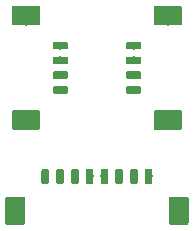
<source format=gbp>
G04 #@! TF.GenerationSoftware,KiCad,Pcbnew,(5.0.1-3-g963ef8bb5)*
G04 #@! TF.CreationDate,2018-10-28T18:09:26+01:00*
G04 #@! TF.ProjectId,can-io-board,63616E2D696F2D626F6172642E6B6963,rev?*
G04 #@! TF.SameCoordinates,Original*
G04 #@! TF.FileFunction,Paste,Bot*
G04 #@! TF.FilePolarity,Positive*
%FSLAX46Y46*%
G04 Gerber Fmt 4.6, Leading zero omitted, Abs format (unit mm)*
G04 Created by KiCad (PCBNEW (5.0.1-3-g963ef8bb5)) date 2018 October 28, Sunday 18:09:26*
%MOMM*%
%LPD*%
G01*
G04 APERTURE LIST*
%ADD10C,0.100000*%
%ADD11C,0.640000*%
%ADD12C,1.680000*%
G04 APERTURE END LIST*
D10*
G04 #@! TO.C,J1*
G36*
X96550683Y-78560770D02*
X96566214Y-78563074D01*
X96581446Y-78566890D01*
X96596229Y-78572179D01*
X96610423Y-78578893D01*
X96623891Y-78586965D01*
X96636503Y-78596318D01*
X96648137Y-78606863D01*
X96658682Y-78618497D01*
X96668035Y-78631109D01*
X96676107Y-78644577D01*
X96682821Y-78658771D01*
X96688110Y-78673554D01*
X96691926Y-78688786D01*
X96694230Y-78704317D01*
X96695000Y-78720000D01*
X96695000Y-79680000D01*
X96694230Y-79695683D01*
X96691926Y-79711214D01*
X96688110Y-79726446D01*
X96682821Y-79741229D01*
X96676107Y-79755423D01*
X96668035Y-79768891D01*
X96658682Y-79781503D01*
X96648137Y-79793137D01*
X96636503Y-79803682D01*
X96623891Y-79813035D01*
X96610423Y-79821107D01*
X96596229Y-79827821D01*
X96581446Y-79833110D01*
X96566214Y-79836926D01*
X96550683Y-79839230D01*
X96535000Y-79840000D01*
X96215000Y-79840000D01*
X96199317Y-79839230D01*
X96183786Y-79836926D01*
X96168554Y-79833110D01*
X96153771Y-79827821D01*
X96139577Y-79821107D01*
X96126109Y-79813035D01*
X96113497Y-79803682D01*
X96101863Y-79793137D01*
X96091318Y-79781503D01*
X96081965Y-79768891D01*
X96073893Y-79755423D01*
X96067179Y-79741229D01*
X96061890Y-79726446D01*
X96058074Y-79711214D01*
X96055770Y-79695683D01*
X96055000Y-79680000D01*
X96055000Y-78720000D01*
X96055770Y-78704317D01*
X96058074Y-78688786D01*
X96061890Y-78673554D01*
X96067179Y-78658771D01*
X96073893Y-78644577D01*
X96081965Y-78631109D01*
X96091318Y-78618497D01*
X96101863Y-78606863D01*
X96113497Y-78596318D01*
X96126109Y-78586965D01*
X96139577Y-78578893D01*
X96153771Y-78572179D01*
X96168554Y-78566890D01*
X96183786Y-78563074D01*
X96199317Y-78560770D01*
X96215000Y-78560000D01*
X96535000Y-78560000D01*
X96550683Y-78560770D01*
X96550683Y-78560770D01*
G37*
D11*
X96375000Y-79200000D03*
D10*
G36*
X95300683Y-78560770D02*
X95316214Y-78563074D01*
X95331446Y-78566890D01*
X95346229Y-78572179D01*
X95360423Y-78578893D01*
X95373891Y-78586965D01*
X95386503Y-78596318D01*
X95398137Y-78606863D01*
X95408682Y-78618497D01*
X95418035Y-78631109D01*
X95426107Y-78644577D01*
X95432821Y-78658771D01*
X95438110Y-78673554D01*
X95441926Y-78688786D01*
X95444230Y-78704317D01*
X95445000Y-78720000D01*
X95445000Y-79680000D01*
X95444230Y-79695683D01*
X95441926Y-79711214D01*
X95438110Y-79726446D01*
X95432821Y-79741229D01*
X95426107Y-79755423D01*
X95418035Y-79768891D01*
X95408682Y-79781503D01*
X95398137Y-79793137D01*
X95386503Y-79803682D01*
X95373891Y-79813035D01*
X95360423Y-79821107D01*
X95346229Y-79827821D01*
X95331446Y-79833110D01*
X95316214Y-79836926D01*
X95300683Y-79839230D01*
X95285000Y-79840000D01*
X94965000Y-79840000D01*
X94949317Y-79839230D01*
X94933786Y-79836926D01*
X94918554Y-79833110D01*
X94903771Y-79827821D01*
X94889577Y-79821107D01*
X94876109Y-79813035D01*
X94863497Y-79803682D01*
X94851863Y-79793137D01*
X94841318Y-79781503D01*
X94831965Y-79768891D01*
X94823893Y-79755423D01*
X94817179Y-79741229D01*
X94811890Y-79726446D01*
X94808074Y-79711214D01*
X94805770Y-79695683D01*
X94805000Y-79680000D01*
X94805000Y-78720000D01*
X94805770Y-78704317D01*
X94808074Y-78688786D01*
X94811890Y-78673554D01*
X94817179Y-78658771D01*
X94823893Y-78644577D01*
X94831965Y-78631109D01*
X94841318Y-78618497D01*
X94851863Y-78606863D01*
X94863497Y-78596318D01*
X94876109Y-78586965D01*
X94889577Y-78578893D01*
X94903771Y-78572179D01*
X94918554Y-78566890D01*
X94933786Y-78563074D01*
X94949317Y-78560770D01*
X94965000Y-78560000D01*
X95285000Y-78560000D01*
X95300683Y-78560770D01*
X95300683Y-78560770D01*
G37*
D11*
X95125000Y-79200000D03*
D10*
G36*
X94050683Y-78560770D02*
X94066214Y-78563074D01*
X94081446Y-78566890D01*
X94096229Y-78572179D01*
X94110423Y-78578893D01*
X94123891Y-78586965D01*
X94136503Y-78596318D01*
X94148137Y-78606863D01*
X94158682Y-78618497D01*
X94168035Y-78631109D01*
X94176107Y-78644577D01*
X94182821Y-78658771D01*
X94188110Y-78673554D01*
X94191926Y-78688786D01*
X94194230Y-78704317D01*
X94195000Y-78720000D01*
X94195000Y-79680000D01*
X94194230Y-79695683D01*
X94191926Y-79711214D01*
X94188110Y-79726446D01*
X94182821Y-79741229D01*
X94176107Y-79755423D01*
X94168035Y-79768891D01*
X94158682Y-79781503D01*
X94148137Y-79793137D01*
X94136503Y-79803682D01*
X94123891Y-79813035D01*
X94110423Y-79821107D01*
X94096229Y-79827821D01*
X94081446Y-79833110D01*
X94066214Y-79836926D01*
X94050683Y-79839230D01*
X94035000Y-79840000D01*
X93715000Y-79840000D01*
X93699317Y-79839230D01*
X93683786Y-79836926D01*
X93668554Y-79833110D01*
X93653771Y-79827821D01*
X93639577Y-79821107D01*
X93626109Y-79813035D01*
X93613497Y-79803682D01*
X93601863Y-79793137D01*
X93591318Y-79781503D01*
X93581965Y-79768891D01*
X93573893Y-79755423D01*
X93567179Y-79741229D01*
X93561890Y-79726446D01*
X93558074Y-79711214D01*
X93555770Y-79695683D01*
X93555000Y-79680000D01*
X93555000Y-78720000D01*
X93555770Y-78704317D01*
X93558074Y-78688786D01*
X93561890Y-78673554D01*
X93567179Y-78658771D01*
X93573893Y-78644577D01*
X93581965Y-78631109D01*
X93591318Y-78618497D01*
X93601863Y-78606863D01*
X93613497Y-78596318D01*
X93626109Y-78586965D01*
X93639577Y-78578893D01*
X93653771Y-78572179D01*
X93668554Y-78566890D01*
X93683786Y-78563074D01*
X93699317Y-78560770D01*
X93715000Y-78560000D01*
X94035000Y-78560000D01*
X94050683Y-78560770D01*
X94050683Y-78560770D01*
G37*
D11*
X93875000Y-79200000D03*
D10*
G36*
X92800683Y-78560770D02*
X92816214Y-78563074D01*
X92831446Y-78566890D01*
X92846229Y-78572179D01*
X92860423Y-78578893D01*
X92873891Y-78586965D01*
X92886503Y-78596318D01*
X92898137Y-78606863D01*
X92908682Y-78618497D01*
X92918035Y-78631109D01*
X92926107Y-78644577D01*
X92932821Y-78658771D01*
X92938110Y-78673554D01*
X92941926Y-78688786D01*
X92944230Y-78704317D01*
X92945000Y-78720000D01*
X92945000Y-79680000D01*
X92944230Y-79695683D01*
X92941926Y-79711214D01*
X92938110Y-79726446D01*
X92932821Y-79741229D01*
X92926107Y-79755423D01*
X92918035Y-79768891D01*
X92908682Y-79781503D01*
X92898137Y-79793137D01*
X92886503Y-79803682D01*
X92873891Y-79813035D01*
X92860423Y-79821107D01*
X92846229Y-79827821D01*
X92831446Y-79833110D01*
X92816214Y-79836926D01*
X92800683Y-79839230D01*
X92785000Y-79840000D01*
X92465000Y-79840000D01*
X92449317Y-79839230D01*
X92433786Y-79836926D01*
X92418554Y-79833110D01*
X92403771Y-79827821D01*
X92389577Y-79821107D01*
X92376109Y-79813035D01*
X92363497Y-79803682D01*
X92351863Y-79793137D01*
X92341318Y-79781503D01*
X92331965Y-79768891D01*
X92323893Y-79755423D01*
X92317179Y-79741229D01*
X92311890Y-79726446D01*
X92308074Y-79711214D01*
X92305770Y-79695683D01*
X92305000Y-79680000D01*
X92305000Y-78720000D01*
X92305770Y-78704317D01*
X92308074Y-78688786D01*
X92311890Y-78673554D01*
X92317179Y-78658771D01*
X92323893Y-78644577D01*
X92331965Y-78631109D01*
X92341318Y-78618497D01*
X92351863Y-78606863D01*
X92363497Y-78596318D01*
X92376109Y-78586965D01*
X92389577Y-78578893D01*
X92403771Y-78572179D01*
X92418554Y-78566890D01*
X92433786Y-78563074D01*
X92449317Y-78560770D01*
X92465000Y-78560000D01*
X92785000Y-78560000D01*
X92800683Y-78560770D01*
X92800683Y-78560770D01*
G37*
D11*
X92625000Y-79200000D03*
D10*
G36*
X91550683Y-78560770D02*
X91566214Y-78563074D01*
X91581446Y-78566890D01*
X91596229Y-78572179D01*
X91610423Y-78578893D01*
X91623891Y-78586965D01*
X91636503Y-78596318D01*
X91648137Y-78606863D01*
X91658682Y-78618497D01*
X91668035Y-78631109D01*
X91676107Y-78644577D01*
X91682821Y-78658771D01*
X91688110Y-78673554D01*
X91691926Y-78688786D01*
X91694230Y-78704317D01*
X91695000Y-78720000D01*
X91695000Y-79680000D01*
X91694230Y-79695683D01*
X91691926Y-79711214D01*
X91688110Y-79726446D01*
X91682821Y-79741229D01*
X91676107Y-79755423D01*
X91668035Y-79768891D01*
X91658682Y-79781503D01*
X91648137Y-79793137D01*
X91636503Y-79803682D01*
X91623891Y-79813035D01*
X91610423Y-79821107D01*
X91596229Y-79827821D01*
X91581446Y-79833110D01*
X91566214Y-79836926D01*
X91550683Y-79839230D01*
X91535000Y-79840000D01*
X91215000Y-79840000D01*
X91199317Y-79839230D01*
X91183786Y-79836926D01*
X91168554Y-79833110D01*
X91153771Y-79827821D01*
X91139577Y-79821107D01*
X91126109Y-79813035D01*
X91113497Y-79803682D01*
X91101863Y-79793137D01*
X91091318Y-79781503D01*
X91081965Y-79768891D01*
X91073893Y-79755423D01*
X91067179Y-79741229D01*
X91061890Y-79726446D01*
X91058074Y-79711214D01*
X91055770Y-79695683D01*
X91055000Y-79680000D01*
X91055000Y-78720000D01*
X91055770Y-78704317D01*
X91058074Y-78688786D01*
X91061890Y-78673554D01*
X91067179Y-78658771D01*
X91073893Y-78644577D01*
X91081965Y-78631109D01*
X91091318Y-78618497D01*
X91101863Y-78606863D01*
X91113497Y-78596318D01*
X91126109Y-78586965D01*
X91139577Y-78578893D01*
X91153771Y-78572179D01*
X91168554Y-78566890D01*
X91183786Y-78563074D01*
X91199317Y-78560770D01*
X91215000Y-78560000D01*
X91535000Y-78560000D01*
X91550683Y-78560770D01*
X91550683Y-78560770D01*
G37*
D11*
X91375000Y-79200000D03*
D10*
G36*
X90300683Y-78560770D02*
X90316214Y-78563074D01*
X90331446Y-78566890D01*
X90346229Y-78572179D01*
X90360423Y-78578893D01*
X90373891Y-78586965D01*
X90386503Y-78596318D01*
X90398137Y-78606863D01*
X90408682Y-78618497D01*
X90418035Y-78631109D01*
X90426107Y-78644577D01*
X90432821Y-78658771D01*
X90438110Y-78673554D01*
X90441926Y-78688786D01*
X90444230Y-78704317D01*
X90445000Y-78720000D01*
X90445000Y-79680000D01*
X90444230Y-79695683D01*
X90441926Y-79711214D01*
X90438110Y-79726446D01*
X90432821Y-79741229D01*
X90426107Y-79755423D01*
X90418035Y-79768891D01*
X90408682Y-79781503D01*
X90398137Y-79793137D01*
X90386503Y-79803682D01*
X90373891Y-79813035D01*
X90360423Y-79821107D01*
X90346229Y-79827821D01*
X90331446Y-79833110D01*
X90316214Y-79836926D01*
X90300683Y-79839230D01*
X90285000Y-79840000D01*
X89965000Y-79840000D01*
X89949317Y-79839230D01*
X89933786Y-79836926D01*
X89918554Y-79833110D01*
X89903771Y-79827821D01*
X89889577Y-79821107D01*
X89876109Y-79813035D01*
X89863497Y-79803682D01*
X89851863Y-79793137D01*
X89841318Y-79781503D01*
X89831965Y-79768891D01*
X89823893Y-79755423D01*
X89817179Y-79741229D01*
X89811890Y-79726446D01*
X89808074Y-79711214D01*
X89805770Y-79695683D01*
X89805000Y-79680000D01*
X89805000Y-78720000D01*
X89805770Y-78704317D01*
X89808074Y-78688786D01*
X89811890Y-78673554D01*
X89817179Y-78658771D01*
X89823893Y-78644577D01*
X89831965Y-78631109D01*
X89841318Y-78618497D01*
X89851863Y-78606863D01*
X89863497Y-78596318D01*
X89876109Y-78586965D01*
X89889577Y-78578893D01*
X89903771Y-78572179D01*
X89918554Y-78566890D01*
X89933786Y-78563074D01*
X89949317Y-78560770D01*
X89965000Y-78560000D01*
X90285000Y-78560000D01*
X90300683Y-78560770D01*
X90300683Y-78560770D01*
G37*
D11*
X90125000Y-79200000D03*
D10*
G36*
X89050683Y-78560770D02*
X89066214Y-78563074D01*
X89081446Y-78566890D01*
X89096229Y-78572179D01*
X89110423Y-78578893D01*
X89123891Y-78586965D01*
X89136503Y-78596318D01*
X89148137Y-78606863D01*
X89158682Y-78618497D01*
X89168035Y-78631109D01*
X89176107Y-78644577D01*
X89182821Y-78658771D01*
X89188110Y-78673554D01*
X89191926Y-78688786D01*
X89194230Y-78704317D01*
X89195000Y-78720000D01*
X89195000Y-79680000D01*
X89194230Y-79695683D01*
X89191926Y-79711214D01*
X89188110Y-79726446D01*
X89182821Y-79741229D01*
X89176107Y-79755423D01*
X89168035Y-79768891D01*
X89158682Y-79781503D01*
X89148137Y-79793137D01*
X89136503Y-79803682D01*
X89123891Y-79813035D01*
X89110423Y-79821107D01*
X89096229Y-79827821D01*
X89081446Y-79833110D01*
X89066214Y-79836926D01*
X89050683Y-79839230D01*
X89035000Y-79840000D01*
X88715000Y-79840000D01*
X88699317Y-79839230D01*
X88683786Y-79836926D01*
X88668554Y-79833110D01*
X88653771Y-79827821D01*
X88639577Y-79821107D01*
X88626109Y-79813035D01*
X88613497Y-79803682D01*
X88601863Y-79793137D01*
X88591318Y-79781503D01*
X88581965Y-79768891D01*
X88573893Y-79755423D01*
X88567179Y-79741229D01*
X88561890Y-79726446D01*
X88558074Y-79711214D01*
X88555770Y-79695683D01*
X88555000Y-79680000D01*
X88555000Y-78720000D01*
X88555770Y-78704317D01*
X88558074Y-78688786D01*
X88561890Y-78673554D01*
X88567179Y-78658771D01*
X88573893Y-78644577D01*
X88581965Y-78631109D01*
X88591318Y-78618497D01*
X88601863Y-78606863D01*
X88613497Y-78596318D01*
X88626109Y-78586965D01*
X88639577Y-78578893D01*
X88653771Y-78572179D01*
X88668554Y-78566890D01*
X88683786Y-78563074D01*
X88699317Y-78560770D01*
X88715000Y-78560000D01*
X89035000Y-78560000D01*
X89050683Y-78560770D01*
X89050683Y-78560770D01*
G37*
D11*
X88875000Y-79200000D03*
D10*
G36*
X87800683Y-78560770D02*
X87816214Y-78563074D01*
X87831446Y-78566890D01*
X87846229Y-78572179D01*
X87860423Y-78578893D01*
X87873891Y-78586965D01*
X87886503Y-78596318D01*
X87898137Y-78606863D01*
X87908682Y-78618497D01*
X87918035Y-78631109D01*
X87926107Y-78644577D01*
X87932821Y-78658771D01*
X87938110Y-78673554D01*
X87941926Y-78688786D01*
X87944230Y-78704317D01*
X87945000Y-78720000D01*
X87945000Y-79680000D01*
X87944230Y-79695683D01*
X87941926Y-79711214D01*
X87938110Y-79726446D01*
X87932821Y-79741229D01*
X87926107Y-79755423D01*
X87918035Y-79768891D01*
X87908682Y-79781503D01*
X87898137Y-79793137D01*
X87886503Y-79803682D01*
X87873891Y-79813035D01*
X87860423Y-79821107D01*
X87846229Y-79827821D01*
X87831446Y-79833110D01*
X87816214Y-79836926D01*
X87800683Y-79839230D01*
X87785000Y-79840000D01*
X87465000Y-79840000D01*
X87449317Y-79839230D01*
X87433786Y-79836926D01*
X87418554Y-79833110D01*
X87403771Y-79827821D01*
X87389577Y-79821107D01*
X87376109Y-79813035D01*
X87363497Y-79803682D01*
X87351863Y-79793137D01*
X87341318Y-79781503D01*
X87331965Y-79768891D01*
X87323893Y-79755423D01*
X87317179Y-79741229D01*
X87311890Y-79726446D01*
X87308074Y-79711214D01*
X87305770Y-79695683D01*
X87305000Y-79680000D01*
X87305000Y-78720000D01*
X87305770Y-78704317D01*
X87308074Y-78688786D01*
X87311890Y-78673554D01*
X87317179Y-78658771D01*
X87323893Y-78644577D01*
X87331965Y-78631109D01*
X87341318Y-78618497D01*
X87351863Y-78606863D01*
X87363497Y-78596318D01*
X87376109Y-78586965D01*
X87389577Y-78578893D01*
X87403771Y-78572179D01*
X87418554Y-78566890D01*
X87433786Y-78563074D01*
X87449317Y-78560770D01*
X87465000Y-78560000D01*
X87785000Y-78560000D01*
X87800683Y-78560770D01*
X87800683Y-78560770D01*
G37*
D11*
X87625000Y-79200000D03*
D10*
G36*
X99584603Y-80900963D02*
X99604018Y-80903843D01*
X99623057Y-80908612D01*
X99641537Y-80915224D01*
X99659279Y-80923616D01*
X99676114Y-80933706D01*
X99691879Y-80945398D01*
X99706421Y-80958579D01*
X99719602Y-80973121D01*
X99731294Y-80988886D01*
X99741384Y-81005721D01*
X99749776Y-81023463D01*
X99756388Y-81041943D01*
X99761157Y-81060982D01*
X99764037Y-81080397D01*
X99765000Y-81100000D01*
X99765000Y-83100000D01*
X99764037Y-83119603D01*
X99761157Y-83139018D01*
X99756388Y-83158057D01*
X99749776Y-83176537D01*
X99741384Y-83194279D01*
X99731294Y-83211114D01*
X99719602Y-83226879D01*
X99706421Y-83241421D01*
X99691879Y-83254602D01*
X99676114Y-83266294D01*
X99659279Y-83276384D01*
X99641537Y-83284776D01*
X99623057Y-83291388D01*
X99604018Y-83296157D01*
X99584603Y-83299037D01*
X99565000Y-83300000D01*
X98285000Y-83300000D01*
X98265397Y-83299037D01*
X98245982Y-83296157D01*
X98226943Y-83291388D01*
X98208463Y-83284776D01*
X98190721Y-83276384D01*
X98173886Y-83266294D01*
X98158121Y-83254602D01*
X98143579Y-83241421D01*
X98130398Y-83226879D01*
X98118706Y-83211114D01*
X98108616Y-83194279D01*
X98100224Y-83176537D01*
X98093612Y-83158057D01*
X98088843Y-83139018D01*
X98085963Y-83119603D01*
X98085000Y-83100000D01*
X98085000Y-81100000D01*
X98085963Y-81080397D01*
X98088843Y-81060982D01*
X98093612Y-81041943D01*
X98100224Y-81023463D01*
X98108616Y-81005721D01*
X98118706Y-80988886D01*
X98130398Y-80973121D01*
X98143579Y-80958579D01*
X98158121Y-80945398D01*
X98173886Y-80933706D01*
X98190721Y-80923616D01*
X98208463Y-80915224D01*
X98226943Y-80908612D01*
X98245982Y-80903843D01*
X98265397Y-80900963D01*
X98285000Y-80900000D01*
X99565000Y-80900000D01*
X99584603Y-80900963D01*
X99584603Y-80900963D01*
G37*
D12*
X98925000Y-82100000D03*
D10*
G36*
X85734603Y-80900963D02*
X85754018Y-80903843D01*
X85773057Y-80908612D01*
X85791537Y-80915224D01*
X85809279Y-80923616D01*
X85826114Y-80933706D01*
X85841879Y-80945398D01*
X85856421Y-80958579D01*
X85869602Y-80973121D01*
X85881294Y-80988886D01*
X85891384Y-81005721D01*
X85899776Y-81023463D01*
X85906388Y-81041943D01*
X85911157Y-81060982D01*
X85914037Y-81080397D01*
X85915000Y-81100000D01*
X85915000Y-83100000D01*
X85914037Y-83119603D01*
X85911157Y-83139018D01*
X85906388Y-83158057D01*
X85899776Y-83176537D01*
X85891384Y-83194279D01*
X85881294Y-83211114D01*
X85869602Y-83226879D01*
X85856421Y-83241421D01*
X85841879Y-83254602D01*
X85826114Y-83266294D01*
X85809279Y-83276384D01*
X85791537Y-83284776D01*
X85773057Y-83291388D01*
X85754018Y-83296157D01*
X85734603Y-83299037D01*
X85715000Y-83300000D01*
X84435000Y-83300000D01*
X84415397Y-83299037D01*
X84395982Y-83296157D01*
X84376943Y-83291388D01*
X84358463Y-83284776D01*
X84340721Y-83276384D01*
X84323886Y-83266294D01*
X84308121Y-83254602D01*
X84293579Y-83241421D01*
X84280398Y-83226879D01*
X84268706Y-83211114D01*
X84258616Y-83194279D01*
X84250224Y-83176537D01*
X84243612Y-83158057D01*
X84238843Y-83139018D01*
X84235963Y-83119603D01*
X84235000Y-83100000D01*
X84235000Y-81100000D01*
X84235963Y-81080397D01*
X84238843Y-81060982D01*
X84243612Y-81041943D01*
X84250224Y-81023463D01*
X84258616Y-81005721D01*
X84268706Y-80988886D01*
X84280398Y-80973121D01*
X84293579Y-80958579D01*
X84308121Y-80945398D01*
X84323886Y-80933706D01*
X84340721Y-80923616D01*
X84358463Y-80915224D01*
X84376943Y-80908612D01*
X84395982Y-80903843D01*
X84415397Y-80900963D01*
X84435000Y-80900000D01*
X85715000Y-80900000D01*
X85734603Y-80900963D01*
X85734603Y-80900963D01*
G37*
D12*
X85075000Y-82100000D03*
G04 #@! TD*
D10*
G04 #@! TO.C,CONN2*
G36*
X95595683Y-67805770D02*
X95611214Y-67808074D01*
X95626446Y-67811890D01*
X95641229Y-67817179D01*
X95655423Y-67823893D01*
X95668891Y-67831965D01*
X95681503Y-67841318D01*
X95693137Y-67851863D01*
X95703682Y-67863497D01*
X95713035Y-67876109D01*
X95721107Y-67889577D01*
X95727821Y-67903771D01*
X95733110Y-67918554D01*
X95736926Y-67933786D01*
X95739230Y-67949317D01*
X95740000Y-67965000D01*
X95740000Y-68285000D01*
X95739230Y-68300683D01*
X95736926Y-68316214D01*
X95733110Y-68331446D01*
X95727821Y-68346229D01*
X95721107Y-68360423D01*
X95713035Y-68373891D01*
X95703682Y-68386503D01*
X95693137Y-68398137D01*
X95681503Y-68408682D01*
X95668891Y-68418035D01*
X95655423Y-68426107D01*
X95641229Y-68432821D01*
X95626446Y-68438110D01*
X95611214Y-68441926D01*
X95595683Y-68444230D01*
X95580000Y-68445000D01*
X94620000Y-68445000D01*
X94604317Y-68444230D01*
X94588786Y-68441926D01*
X94573554Y-68438110D01*
X94558771Y-68432821D01*
X94544577Y-68426107D01*
X94531109Y-68418035D01*
X94518497Y-68408682D01*
X94506863Y-68398137D01*
X94496318Y-68386503D01*
X94486965Y-68373891D01*
X94478893Y-68360423D01*
X94472179Y-68346229D01*
X94466890Y-68331446D01*
X94463074Y-68316214D01*
X94460770Y-68300683D01*
X94460000Y-68285000D01*
X94460000Y-67965000D01*
X94460770Y-67949317D01*
X94463074Y-67933786D01*
X94466890Y-67918554D01*
X94472179Y-67903771D01*
X94478893Y-67889577D01*
X94486965Y-67876109D01*
X94496318Y-67863497D01*
X94506863Y-67851863D01*
X94518497Y-67841318D01*
X94531109Y-67831965D01*
X94544577Y-67823893D01*
X94558771Y-67817179D01*
X94573554Y-67811890D01*
X94588786Y-67808074D01*
X94604317Y-67805770D01*
X94620000Y-67805000D01*
X95580000Y-67805000D01*
X95595683Y-67805770D01*
X95595683Y-67805770D01*
G37*
D11*
X95100000Y-68125000D03*
D10*
G36*
X95595683Y-69055770D02*
X95611214Y-69058074D01*
X95626446Y-69061890D01*
X95641229Y-69067179D01*
X95655423Y-69073893D01*
X95668891Y-69081965D01*
X95681503Y-69091318D01*
X95693137Y-69101863D01*
X95703682Y-69113497D01*
X95713035Y-69126109D01*
X95721107Y-69139577D01*
X95727821Y-69153771D01*
X95733110Y-69168554D01*
X95736926Y-69183786D01*
X95739230Y-69199317D01*
X95740000Y-69215000D01*
X95740000Y-69535000D01*
X95739230Y-69550683D01*
X95736926Y-69566214D01*
X95733110Y-69581446D01*
X95727821Y-69596229D01*
X95721107Y-69610423D01*
X95713035Y-69623891D01*
X95703682Y-69636503D01*
X95693137Y-69648137D01*
X95681503Y-69658682D01*
X95668891Y-69668035D01*
X95655423Y-69676107D01*
X95641229Y-69682821D01*
X95626446Y-69688110D01*
X95611214Y-69691926D01*
X95595683Y-69694230D01*
X95580000Y-69695000D01*
X94620000Y-69695000D01*
X94604317Y-69694230D01*
X94588786Y-69691926D01*
X94573554Y-69688110D01*
X94558771Y-69682821D01*
X94544577Y-69676107D01*
X94531109Y-69668035D01*
X94518497Y-69658682D01*
X94506863Y-69648137D01*
X94496318Y-69636503D01*
X94486965Y-69623891D01*
X94478893Y-69610423D01*
X94472179Y-69596229D01*
X94466890Y-69581446D01*
X94463074Y-69566214D01*
X94460770Y-69550683D01*
X94460000Y-69535000D01*
X94460000Y-69215000D01*
X94460770Y-69199317D01*
X94463074Y-69183786D01*
X94466890Y-69168554D01*
X94472179Y-69153771D01*
X94478893Y-69139577D01*
X94486965Y-69126109D01*
X94496318Y-69113497D01*
X94506863Y-69101863D01*
X94518497Y-69091318D01*
X94531109Y-69081965D01*
X94544577Y-69073893D01*
X94558771Y-69067179D01*
X94573554Y-69061890D01*
X94588786Y-69058074D01*
X94604317Y-69055770D01*
X94620000Y-69055000D01*
X95580000Y-69055000D01*
X95595683Y-69055770D01*
X95595683Y-69055770D01*
G37*
D11*
X95100000Y-69375000D03*
D10*
G36*
X95595683Y-70305770D02*
X95611214Y-70308074D01*
X95626446Y-70311890D01*
X95641229Y-70317179D01*
X95655423Y-70323893D01*
X95668891Y-70331965D01*
X95681503Y-70341318D01*
X95693137Y-70351863D01*
X95703682Y-70363497D01*
X95713035Y-70376109D01*
X95721107Y-70389577D01*
X95727821Y-70403771D01*
X95733110Y-70418554D01*
X95736926Y-70433786D01*
X95739230Y-70449317D01*
X95740000Y-70465000D01*
X95740000Y-70785000D01*
X95739230Y-70800683D01*
X95736926Y-70816214D01*
X95733110Y-70831446D01*
X95727821Y-70846229D01*
X95721107Y-70860423D01*
X95713035Y-70873891D01*
X95703682Y-70886503D01*
X95693137Y-70898137D01*
X95681503Y-70908682D01*
X95668891Y-70918035D01*
X95655423Y-70926107D01*
X95641229Y-70932821D01*
X95626446Y-70938110D01*
X95611214Y-70941926D01*
X95595683Y-70944230D01*
X95580000Y-70945000D01*
X94620000Y-70945000D01*
X94604317Y-70944230D01*
X94588786Y-70941926D01*
X94573554Y-70938110D01*
X94558771Y-70932821D01*
X94544577Y-70926107D01*
X94531109Y-70918035D01*
X94518497Y-70908682D01*
X94506863Y-70898137D01*
X94496318Y-70886503D01*
X94486965Y-70873891D01*
X94478893Y-70860423D01*
X94472179Y-70846229D01*
X94466890Y-70831446D01*
X94463074Y-70816214D01*
X94460770Y-70800683D01*
X94460000Y-70785000D01*
X94460000Y-70465000D01*
X94460770Y-70449317D01*
X94463074Y-70433786D01*
X94466890Y-70418554D01*
X94472179Y-70403771D01*
X94478893Y-70389577D01*
X94486965Y-70376109D01*
X94496318Y-70363497D01*
X94506863Y-70351863D01*
X94518497Y-70341318D01*
X94531109Y-70331965D01*
X94544577Y-70323893D01*
X94558771Y-70317179D01*
X94573554Y-70311890D01*
X94588786Y-70308074D01*
X94604317Y-70305770D01*
X94620000Y-70305000D01*
X95580000Y-70305000D01*
X95595683Y-70305770D01*
X95595683Y-70305770D01*
G37*
D11*
X95100000Y-70625000D03*
D10*
G36*
X95595683Y-71555770D02*
X95611214Y-71558074D01*
X95626446Y-71561890D01*
X95641229Y-71567179D01*
X95655423Y-71573893D01*
X95668891Y-71581965D01*
X95681503Y-71591318D01*
X95693137Y-71601863D01*
X95703682Y-71613497D01*
X95713035Y-71626109D01*
X95721107Y-71639577D01*
X95727821Y-71653771D01*
X95733110Y-71668554D01*
X95736926Y-71683786D01*
X95739230Y-71699317D01*
X95740000Y-71715000D01*
X95740000Y-72035000D01*
X95739230Y-72050683D01*
X95736926Y-72066214D01*
X95733110Y-72081446D01*
X95727821Y-72096229D01*
X95721107Y-72110423D01*
X95713035Y-72123891D01*
X95703682Y-72136503D01*
X95693137Y-72148137D01*
X95681503Y-72158682D01*
X95668891Y-72168035D01*
X95655423Y-72176107D01*
X95641229Y-72182821D01*
X95626446Y-72188110D01*
X95611214Y-72191926D01*
X95595683Y-72194230D01*
X95580000Y-72195000D01*
X94620000Y-72195000D01*
X94604317Y-72194230D01*
X94588786Y-72191926D01*
X94573554Y-72188110D01*
X94558771Y-72182821D01*
X94544577Y-72176107D01*
X94531109Y-72168035D01*
X94518497Y-72158682D01*
X94506863Y-72148137D01*
X94496318Y-72136503D01*
X94486965Y-72123891D01*
X94478893Y-72110423D01*
X94472179Y-72096229D01*
X94466890Y-72081446D01*
X94463074Y-72066214D01*
X94460770Y-72050683D01*
X94460000Y-72035000D01*
X94460000Y-71715000D01*
X94460770Y-71699317D01*
X94463074Y-71683786D01*
X94466890Y-71668554D01*
X94472179Y-71653771D01*
X94478893Y-71639577D01*
X94486965Y-71626109D01*
X94496318Y-71613497D01*
X94506863Y-71601863D01*
X94518497Y-71591318D01*
X94531109Y-71581965D01*
X94544577Y-71573893D01*
X94558771Y-71567179D01*
X94573554Y-71561890D01*
X94588786Y-71558074D01*
X94604317Y-71555770D01*
X94620000Y-71555000D01*
X95580000Y-71555000D01*
X95595683Y-71555770D01*
X95595683Y-71555770D01*
G37*
D11*
X95100000Y-71875000D03*
D10*
G36*
X99019603Y-64735963D02*
X99039018Y-64738843D01*
X99058057Y-64743612D01*
X99076537Y-64750224D01*
X99094279Y-64758616D01*
X99111114Y-64768706D01*
X99126879Y-64780398D01*
X99141421Y-64793579D01*
X99154602Y-64808121D01*
X99166294Y-64823886D01*
X99176384Y-64840721D01*
X99184776Y-64858463D01*
X99191388Y-64876943D01*
X99196157Y-64895982D01*
X99199037Y-64915397D01*
X99200000Y-64935000D01*
X99200000Y-66215000D01*
X99199037Y-66234603D01*
X99196157Y-66254018D01*
X99191388Y-66273057D01*
X99184776Y-66291537D01*
X99176384Y-66309279D01*
X99166294Y-66326114D01*
X99154602Y-66341879D01*
X99141421Y-66356421D01*
X99126879Y-66369602D01*
X99111114Y-66381294D01*
X99094279Y-66391384D01*
X99076537Y-66399776D01*
X99058057Y-66406388D01*
X99039018Y-66411157D01*
X99019603Y-66414037D01*
X99000000Y-66415000D01*
X97000000Y-66415000D01*
X96980397Y-66414037D01*
X96960982Y-66411157D01*
X96941943Y-66406388D01*
X96923463Y-66399776D01*
X96905721Y-66391384D01*
X96888886Y-66381294D01*
X96873121Y-66369602D01*
X96858579Y-66356421D01*
X96845398Y-66341879D01*
X96833706Y-66326114D01*
X96823616Y-66309279D01*
X96815224Y-66291537D01*
X96808612Y-66273057D01*
X96803843Y-66254018D01*
X96800963Y-66234603D01*
X96800000Y-66215000D01*
X96800000Y-64935000D01*
X96800963Y-64915397D01*
X96803843Y-64895982D01*
X96808612Y-64876943D01*
X96815224Y-64858463D01*
X96823616Y-64840721D01*
X96833706Y-64823886D01*
X96845398Y-64808121D01*
X96858579Y-64793579D01*
X96873121Y-64780398D01*
X96888886Y-64768706D01*
X96905721Y-64758616D01*
X96923463Y-64750224D01*
X96941943Y-64743612D01*
X96960982Y-64738843D01*
X96980397Y-64735963D01*
X97000000Y-64735000D01*
X99000000Y-64735000D01*
X99019603Y-64735963D01*
X99019603Y-64735963D01*
G37*
D12*
X98000000Y-65575000D03*
D10*
G36*
X99019603Y-73585963D02*
X99039018Y-73588843D01*
X99058057Y-73593612D01*
X99076537Y-73600224D01*
X99094279Y-73608616D01*
X99111114Y-73618706D01*
X99126879Y-73630398D01*
X99141421Y-73643579D01*
X99154602Y-73658121D01*
X99166294Y-73673886D01*
X99176384Y-73690721D01*
X99184776Y-73708463D01*
X99191388Y-73726943D01*
X99196157Y-73745982D01*
X99199037Y-73765397D01*
X99200000Y-73785000D01*
X99200000Y-75065000D01*
X99199037Y-75084603D01*
X99196157Y-75104018D01*
X99191388Y-75123057D01*
X99184776Y-75141537D01*
X99176384Y-75159279D01*
X99166294Y-75176114D01*
X99154602Y-75191879D01*
X99141421Y-75206421D01*
X99126879Y-75219602D01*
X99111114Y-75231294D01*
X99094279Y-75241384D01*
X99076537Y-75249776D01*
X99058057Y-75256388D01*
X99039018Y-75261157D01*
X99019603Y-75264037D01*
X99000000Y-75265000D01*
X97000000Y-75265000D01*
X96980397Y-75264037D01*
X96960982Y-75261157D01*
X96941943Y-75256388D01*
X96923463Y-75249776D01*
X96905721Y-75241384D01*
X96888886Y-75231294D01*
X96873121Y-75219602D01*
X96858579Y-75206421D01*
X96845398Y-75191879D01*
X96833706Y-75176114D01*
X96823616Y-75159279D01*
X96815224Y-75141537D01*
X96808612Y-75123057D01*
X96803843Y-75104018D01*
X96800963Y-75084603D01*
X96800000Y-75065000D01*
X96800000Y-73785000D01*
X96800963Y-73765397D01*
X96803843Y-73745982D01*
X96808612Y-73726943D01*
X96815224Y-73708463D01*
X96823616Y-73690721D01*
X96833706Y-73673886D01*
X96845398Y-73658121D01*
X96858579Y-73643579D01*
X96873121Y-73630398D01*
X96888886Y-73618706D01*
X96905721Y-73608616D01*
X96923463Y-73600224D01*
X96941943Y-73593612D01*
X96960982Y-73588843D01*
X96980397Y-73585963D01*
X97000000Y-73585000D01*
X99000000Y-73585000D01*
X99019603Y-73585963D01*
X99019603Y-73585963D01*
G37*
D12*
X98000000Y-74425000D03*
G04 #@! TD*
D10*
G04 #@! TO.C,CONN3*
G36*
X87019603Y-64735963D02*
X87039018Y-64738843D01*
X87058057Y-64743612D01*
X87076537Y-64750224D01*
X87094279Y-64758616D01*
X87111114Y-64768706D01*
X87126879Y-64780398D01*
X87141421Y-64793579D01*
X87154602Y-64808121D01*
X87166294Y-64823886D01*
X87176384Y-64840721D01*
X87184776Y-64858463D01*
X87191388Y-64876943D01*
X87196157Y-64895982D01*
X87199037Y-64915397D01*
X87200000Y-64935000D01*
X87200000Y-66215000D01*
X87199037Y-66234603D01*
X87196157Y-66254018D01*
X87191388Y-66273057D01*
X87184776Y-66291537D01*
X87176384Y-66309279D01*
X87166294Y-66326114D01*
X87154602Y-66341879D01*
X87141421Y-66356421D01*
X87126879Y-66369602D01*
X87111114Y-66381294D01*
X87094279Y-66391384D01*
X87076537Y-66399776D01*
X87058057Y-66406388D01*
X87039018Y-66411157D01*
X87019603Y-66414037D01*
X87000000Y-66415000D01*
X85000000Y-66415000D01*
X84980397Y-66414037D01*
X84960982Y-66411157D01*
X84941943Y-66406388D01*
X84923463Y-66399776D01*
X84905721Y-66391384D01*
X84888886Y-66381294D01*
X84873121Y-66369602D01*
X84858579Y-66356421D01*
X84845398Y-66341879D01*
X84833706Y-66326114D01*
X84823616Y-66309279D01*
X84815224Y-66291537D01*
X84808612Y-66273057D01*
X84803843Y-66254018D01*
X84800963Y-66234603D01*
X84800000Y-66215000D01*
X84800000Y-64935000D01*
X84800963Y-64915397D01*
X84803843Y-64895982D01*
X84808612Y-64876943D01*
X84815224Y-64858463D01*
X84823616Y-64840721D01*
X84833706Y-64823886D01*
X84845398Y-64808121D01*
X84858579Y-64793579D01*
X84873121Y-64780398D01*
X84888886Y-64768706D01*
X84905721Y-64758616D01*
X84923463Y-64750224D01*
X84941943Y-64743612D01*
X84960982Y-64738843D01*
X84980397Y-64735963D01*
X85000000Y-64735000D01*
X87000000Y-64735000D01*
X87019603Y-64735963D01*
X87019603Y-64735963D01*
G37*
D12*
X86000000Y-65575000D03*
D10*
G36*
X87019603Y-73585963D02*
X87039018Y-73588843D01*
X87058057Y-73593612D01*
X87076537Y-73600224D01*
X87094279Y-73608616D01*
X87111114Y-73618706D01*
X87126879Y-73630398D01*
X87141421Y-73643579D01*
X87154602Y-73658121D01*
X87166294Y-73673886D01*
X87176384Y-73690721D01*
X87184776Y-73708463D01*
X87191388Y-73726943D01*
X87196157Y-73745982D01*
X87199037Y-73765397D01*
X87200000Y-73785000D01*
X87200000Y-75065000D01*
X87199037Y-75084603D01*
X87196157Y-75104018D01*
X87191388Y-75123057D01*
X87184776Y-75141537D01*
X87176384Y-75159279D01*
X87166294Y-75176114D01*
X87154602Y-75191879D01*
X87141421Y-75206421D01*
X87126879Y-75219602D01*
X87111114Y-75231294D01*
X87094279Y-75241384D01*
X87076537Y-75249776D01*
X87058057Y-75256388D01*
X87039018Y-75261157D01*
X87019603Y-75264037D01*
X87000000Y-75265000D01*
X85000000Y-75265000D01*
X84980397Y-75264037D01*
X84960982Y-75261157D01*
X84941943Y-75256388D01*
X84923463Y-75249776D01*
X84905721Y-75241384D01*
X84888886Y-75231294D01*
X84873121Y-75219602D01*
X84858579Y-75206421D01*
X84845398Y-75191879D01*
X84833706Y-75176114D01*
X84823616Y-75159279D01*
X84815224Y-75141537D01*
X84808612Y-75123057D01*
X84803843Y-75104018D01*
X84800963Y-75084603D01*
X84800000Y-75065000D01*
X84800000Y-73785000D01*
X84800963Y-73765397D01*
X84803843Y-73745982D01*
X84808612Y-73726943D01*
X84815224Y-73708463D01*
X84823616Y-73690721D01*
X84833706Y-73673886D01*
X84845398Y-73658121D01*
X84858579Y-73643579D01*
X84873121Y-73630398D01*
X84888886Y-73618706D01*
X84905721Y-73608616D01*
X84923463Y-73600224D01*
X84941943Y-73593612D01*
X84960982Y-73588843D01*
X84980397Y-73585963D01*
X85000000Y-73585000D01*
X87000000Y-73585000D01*
X87019603Y-73585963D01*
X87019603Y-73585963D01*
G37*
D12*
X86000000Y-74425000D03*
D10*
G36*
X89395683Y-67805770D02*
X89411214Y-67808074D01*
X89426446Y-67811890D01*
X89441229Y-67817179D01*
X89455423Y-67823893D01*
X89468891Y-67831965D01*
X89481503Y-67841318D01*
X89493137Y-67851863D01*
X89503682Y-67863497D01*
X89513035Y-67876109D01*
X89521107Y-67889577D01*
X89527821Y-67903771D01*
X89533110Y-67918554D01*
X89536926Y-67933786D01*
X89539230Y-67949317D01*
X89540000Y-67965000D01*
X89540000Y-68285000D01*
X89539230Y-68300683D01*
X89536926Y-68316214D01*
X89533110Y-68331446D01*
X89527821Y-68346229D01*
X89521107Y-68360423D01*
X89513035Y-68373891D01*
X89503682Y-68386503D01*
X89493137Y-68398137D01*
X89481503Y-68408682D01*
X89468891Y-68418035D01*
X89455423Y-68426107D01*
X89441229Y-68432821D01*
X89426446Y-68438110D01*
X89411214Y-68441926D01*
X89395683Y-68444230D01*
X89380000Y-68445000D01*
X88420000Y-68445000D01*
X88404317Y-68444230D01*
X88388786Y-68441926D01*
X88373554Y-68438110D01*
X88358771Y-68432821D01*
X88344577Y-68426107D01*
X88331109Y-68418035D01*
X88318497Y-68408682D01*
X88306863Y-68398137D01*
X88296318Y-68386503D01*
X88286965Y-68373891D01*
X88278893Y-68360423D01*
X88272179Y-68346229D01*
X88266890Y-68331446D01*
X88263074Y-68316214D01*
X88260770Y-68300683D01*
X88260000Y-68285000D01*
X88260000Y-67965000D01*
X88260770Y-67949317D01*
X88263074Y-67933786D01*
X88266890Y-67918554D01*
X88272179Y-67903771D01*
X88278893Y-67889577D01*
X88286965Y-67876109D01*
X88296318Y-67863497D01*
X88306863Y-67851863D01*
X88318497Y-67841318D01*
X88331109Y-67831965D01*
X88344577Y-67823893D01*
X88358771Y-67817179D01*
X88373554Y-67811890D01*
X88388786Y-67808074D01*
X88404317Y-67805770D01*
X88420000Y-67805000D01*
X89380000Y-67805000D01*
X89395683Y-67805770D01*
X89395683Y-67805770D01*
G37*
D11*
X88900000Y-68125000D03*
D10*
G36*
X89395683Y-69055770D02*
X89411214Y-69058074D01*
X89426446Y-69061890D01*
X89441229Y-69067179D01*
X89455423Y-69073893D01*
X89468891Y-69081965D01*
X89481503Y-69091318D01*
X89493137Y-69101863D01*
X89503682Y-69113497D01*
X89513035Y-69126109D01*
X89521107Y-69139577D01*
X89527821Y-69153771D01*
X89533110Y-69168554D01*
X89536926Y-69183786D01*
X89539230Y-69199317D01*
X89540000Y-69215000D01*
X89540000Y-69535000D01*
X89539230Y-69550683D01*
X89536926Y-69566214D01*
X89533110Y-69581446D01*
X89527821Y-69596229D01*
X89521107Y-69610423D01*
X89513035Y-69623891D01*
X89503682Y-69636503D01*
X89493137Y-69648137D01*
X89481503Y-69658682D01*
X89468891Y-69668035D01*
X89455423Y-69676107D01*
X89441229Y-69682821D01*
X89426446Y-69688110D01*
X89411214Y-69691926D01*
X89395683Y-69694230D01*
X89380000Y-69695000D01*
X88420000Y-69695000D01*
X88404317Y-69694230D01*
X88388786Y-69691926D01*
X88373554Y-69688110D01*
X88358771Y-69682821D01*
X88344577Y-69676107D01*
X88331109Y-69668035D01*
X88318497Y-69658682D01*
X88306863Y-69648137D01*
X88296318Y-69636503D01*
X88286965Y-69623891D01*
X88278893Y-69610423D01*
X88272179Y-69596229D01*
X88266890Y-69581446D01*
X88263074Y-69566214D01*
X88260770Y-69550683D01*
X88260000Y-69535000D01*
X88260000Y-69215000D01*
X88260770Y-69199317D01*
X88263074Y-69183786D01*
X88266890Y-69168554D01*
X88272179Y-69153771D01*
X88278893Y-69139577D01*
X88286965Y-69126109D01*
X88296318Y-69113497D01*
X88306863Y-69101863D01*
X88318497Y-69091318D01*
X88331109Y-69081965D01*
X88344577Y-69073893D01*
X88358771Y-69067179D01*
X88373554Y-69061890D01*
X88388786Y-69058074D01*
X88404317Y-69055770D01*
X88420000Y-69055000D01*
X89380000Y-69055000D01*
X89395683Y-69055770D01*
X89395683Y-69055770D01*
G37*
D11*
X88900000Y-69375000D03*
D10*
G36*
X89395683Y-70305770D02*
X89411214Y-70308074D01*
X89426446Y-70311890D01*
X89441229Y-70317179D01*
X89455423Y-70323893D01*
X89468891Y-70331965D01*
X89481503Y-70341318D01*
X89493137Y-70351863D01*
X89503682Y-70363497D01*
X89513035Y-70376109D01*
X89521107Y-70389577D01*
X89527821Y-70403771D01*
X89533110Y-70418554D01*
X89536926Y-70433786D01*
X89539230Y-70449317D01*
X89540000Y-70465000D01*
X89540000Y-70785000D01*
X89539230Y-70800683D01*
X89536926Y-70816214D01*
X89533110Y-70831446D01*
X89527821Y-70846229D01*
X89521107Y-70860423D01*
X89513035Y-70873891D01*
X89503682Y-70886503D01*
X89493137Y-70898137D01*
X89481503Y-70908682D01*
X89468891Y-70918035D01*
X89455423Y-70926107D01*
X89441229Y-70932821D01*
X89426446Y-70938110D01*
X89411214Y-70941926D01*
X89395683Y-70944230D01*
X89380000Y-70945000D01*
X88420000Y-70945000D01*
X88404317Y-70944230D01*
X88388786Y-70941926D01*
X88373554Y-70938110D01*
X88358771Y-70932821D01*
X88344577Y-70926107D01*
X88331109Y-70918035D01*
X88318497Y-70908682D01*
X88306863Y-70898137D01*
X88296318Y-70886503D01*
X88286965Y-70873891D01*
X88278893Y-70860423D01*
X88272179Y-70846229D01*
X88266890Y-70831446D01*
X88263074Y-70816214D01*
X88260770Y-70800683D01*
X88260000Y-70785000D01*
X88260000Y-70465000D01*
X88260770Y-70449317D01*
X88263074Y-70433786D01*
X88266890Y-70418554D01*
X88272179Y-70403771D01*
X88278893Y-70389577D01*
X88286965Y-70376109D01*
X88296318Y-70363497D01*
X88306863Y-70351863D01*
X88318497Y-70341318D01*
X88331109Y-70331965D01*
X88344577Y-70323893D01*
X88358771Y-70317179D01*
X88373554Y-70311890D01*
X88388786Y-70308074D01*
X88404317Y-70305770D01*
X88420000Y-70305000D01*
X89380000Y-70305000D01*
X89395683Y-70305770D01*
X89395683Y-70305770D01*
G37*
D11*
X88900000Y-70625000D03*
D10*
G36*
X89395683Y-71555770D02*
X89411214Y-71558074D01*
X89426446Y-71561890D01*
X89441229Y-71567179D01*
X89455423Y-71573893D01*
X89468891Y-71581965D01*
X89481503Y-71591318D01*
X89493137Y-71601863D01*
X89503682Y-71613497D01*
X89513035Y-71626109D01*
X89521107Y-71639577D01*
X89527821Y-71653771D01*
X89533110Y-71668554D01*
X89536926Y-71683786D01*
X89539230Y-71699317D01*
X89540000Y-71715000D01*
X89540000Y-72035000D01*
X89539230Y-72050683D01*
X89536926Y-72066214D01*
X89533110Y-72081446D01*
X89527821Y-72096229D01*
X89521107Y-72110423D01*
X89513035Y-72123891D01*
X89503682Y-72136503D01*
X89493137Y-72148137D01*
X89481503Y-72158682D01*
X89468891Y-72168035D01*
X89455423Y-72176107D01*
X89441229Y-72182821D01*
X89426446Y-72188110D01*
X89411214Y-72191926D01*
X89395683Y-72194230D01*
X89380000Y-72195000D01*
X88420000Y-72195000D01*
X88404317Y-72194230D01*
X88388786Y-72191926D01*
X88373554Y-72188110D01*
X88358771Y-72182821D01*
X88344577Y-72176107D01*
X88331109Y-72168035D01*
X88318497Y-72158682D01*
X88306863Y-72148137D01*
X88296318Y-72136503D01*
X88286965Y-72123891D01*
X88278893Y-72110423D01*
X88272179Y-72096229D01*
X88266890Y-72081446D01*
X88263074Y-72066214D01*
X88260770Y-72050683D01*
X88260000Y-72035000D01*
X88260000Y-71715000D01*
X88260770Y-71699317D01*
X88263074Y-71683786D01*
X88266890Y-71668554D01*
X88272179Y-71653771D01*
X88278893Y-71639577D01*
X88286965Y-71626109D01*
X88296318Y-71613497D01*
X88306863Y-71601863D01*
X88318497Y-71591318D01*
X88331109Y-71581965D01*
X88344577Y-71573893D01*
X88358771Y-71567179D01*
X88373554Y-71561890D01*
X88388786Y-71558074D01*
X88404317Y-71555770D01*
X88420000Y-71555000D01*
X89380000Y-71555000D01*
X89395683Y-71555770D01*
X89395683Y-71555770D01*
G37*
D11*
X88900000Y-71875000D03*
G04 #@! TD*
M02*

</source>
